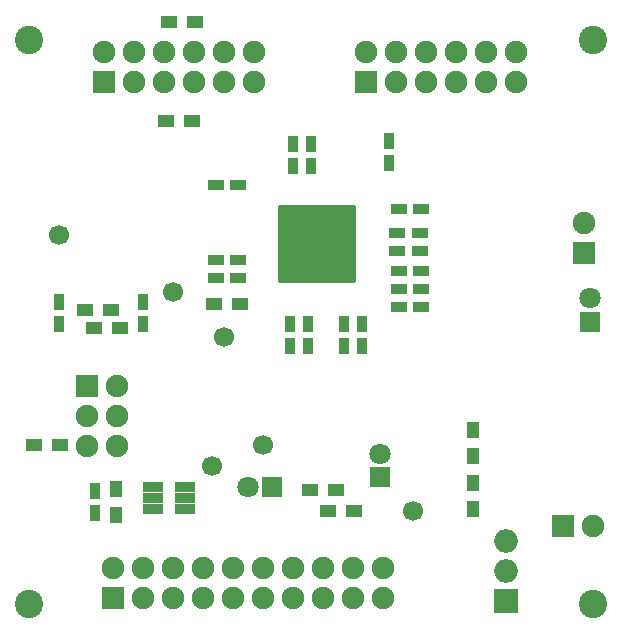
<source format=gbr>
G04 #@! TF.FileFunction,Soldermask,Bot*
%FSLAX46Y46*%
G04 Gerber Fmt 4.6, Leading zero omitted, Abs format (unit mm)*
G04 Created by KiCad (PCBNEW 4.0.5) date 09/19/17 16:04:32*
%MOMM*%
%LPD*%
G01*
G04 APERTURE LIST*
%ADD10C,0.100000*%
%ADD11R,1.900000X1.900000*%
%ADD12O,1.900000X1.900000*%
%ADD13R,1.400000X0.950000*%
%ADD14C,1.700000*%
%ADD15R,1.400000X1.100000*%
%ADD16R,1.800000X1.800000*%
%ADD17C,1.800000*%
%ADD18R,2.000000X2.000000*%
%ADD19O,2.000000X2.000000*%
%ADD20R,0.950000X1.400000*%
%ADD21R,1.100000X1.400000*%
%ADD22R,1.760000X0.850000*%
%ADD23C,2.400000*%
%ADD24C,0.254000*%
G04 APERTURE END LIST*
D10*
D11*
X86360000Y-58420000D03*
D12*
X86360000Y-55880000D03*
X88900000Y-58420000D03*
X88900000Y-55880000D03*
X91440000Y-58420000D03*
X91440000Y-55880000D03*
X93980000Y-58420000D03*
X93980000Y-55880000D03*
X96520000Y-58420000D03*
X96520000Y-55880000D03*
X99060000Y-58420000D03*
X99060000Y-55880000D03*
D13*
X97724000Y-67183000D03*
X95824000Y-67183000D03*
D14*
X92202000Y-76200000D03*
D15*
X95674000Y-77216000D03*
X97874000Y-77216000D03*
X94064000Y-53340000D03*
X91864000Y-53340000D03*
D11*
X87122000Y-102108000D03*
D12*
X87122000Y-99568000D03*
X89662000Y-102108000D03*
X89662000Y-99568000D03*
X92202000Y-102108000D03*
X92202000Y-99568000D03*
X94742000Y-102108000D03*
X94742000Y-99568000D03*
X97282000Y-102108000D03*
X97282000Y-99568000D03*
X99822000Y-102108000D03*
X99822000Y-99568000D03*
X102362000Y-102108000D03*
X102362000Y-99568000D03*
X104902000Y-102108000D03*
X104902000Y-99568000D03*
X107442000Y-102108000D03*
X107442000Y-99568000D03*
X109982000Y-102108000D03*
X109982000Y-99568000D03*
D15*
X105326000Y-94742000D03*
X107526000Y-94742000D03*
D16*
X100552000Y-92710000D03*
D17*
X98552000Y-92710000D03*
D18*
X120396000Y-102362000D03*
D19*
X120396000Y-99822000D03*
X120396000Y-97282000D03*
D13*
X111191000Y-71247000D03*
X113091000Y-71247000D03*
X111191000Y-72771000D03*
X113091000Y-72771000D03*
D20*
X82550000Y-77028000D03*
X82550000Y-78928000D03*
X89662000Y-77028000D03*
X89662000Y-78928000D03*
D16*
X109728000Y-91916000D03*
D17*
X109728000Y-89916000D03*
D16*
X127508000Y-78740000D03*
D17*
X127508000Y-76740000D03*
D20*
X85598000Y-93030000D03*
X85598000Y-94930000D03*
X102108000Y-78933000D03*
X102108000Y-80833000D03*
X103632000Y-78933000D03*
X103632000Y-80833000D03*
D13*
X95824000Y-75057000D03*
X97724000Y-75057000D03*
D20*
X103886000Y-65593000D03*
X103886000Y-63693000D03*
D13*
X111318000Y-69215000D03*
X113218000Y-69215000D03*
X111318000Y-75946000D03*
X113218000Y-75946000D03*
X111318000Y-77470000D03*
X113218000Y-77470000D03*
X111318000Y-74422000D03*
X113218000Y-74422000D03*
D20*
X106680000Y-78933000D03*
X106680000Y-80833000D03*
X108204000Y-78933000D03*
X108204000Y-80833000D03*
X110490000Y-65339000D03*
X110490000Y-63439000D03*
X102362000Y-65593000D03*
X102362000Y-63693000D03*
D13*
X97724000Y-73533000D03*
X95824000Y-73533000D03*
D11*
X84963000Y-84201000D03*
D12*
X87503000Y-84201000D03*
X84963000Y-86741000D03*
X87503000Y-86741000D03*
X84963000Y-89281000D03*
X87503000Y-89281000D03*
D11*
X108585000Y-58420000D03*
D12*
X108585000Y-55880000D03*
X111125000Y-58420000D03*
X111125000Y-55880000D03*
X113665000Y-58420000D03*
X113665000Y-55880000D03*
X116205000Y-58420000D03*
X116205000Y-55880000D03*
X118745000Y-58420000D03*
X118745000Y-55880000D03*
X121285000Y-58420000D03*
X121285000Y-55880000D03*
D21*
X117602000Y-92372000D03*
X117602000Y-94572000D03*
X117602000Y-87884000D03*
X117602000Y-90084000D03*
D15*
X106002000Y-92964000D03*
X103802000Y-92964000D03*
X82634000Y-89154000D03*
X80434000Y-89154000D03*
D21*
X87376000Y-92880000D03*
X87376000Y-95080000D03*
D15*
X87714000Y-79248000D03*
X85514000Y-79248000D03*
X93810000Y-61722000D03*
X91610000Y-61722000D03*
X86952000Y-77724000D03*
X84752000Y-77724000D03*
D22*
X90518000Y-94610000D03*
X90518000Y-93660000D03*
X90518000Y-92710000D03*
X93218000Y-92710000D03*
X93218000Y-94610000D03*
X93218000Y-93660000D03*
D14*
X82550000Y-71374000D03*
X96520000Y-80010000D03*
X95504000Y-90932000D03*
X99822000Y-89154000D03*
X112522000Y-94742000D03*
D11*
X125222000Y-96012000D03*
D12*
X127762000Y-96012000D03*
D11*
X127000000Y-72898000D03*
D12*
X127000000Y-70358000D03*
D23*
X80010000Y-102616000D03*
X127762000Y-102616000D03*
X127762000Y-54864000D03*
X80010000Y-54864000D03*
D24*
G36*
X107569000Y-75311000D02*
X101219000Y-75311000D01*
X101219000Y-68961000D01*
X107569000Y-68961000D01*
X107569000Y-75311000D01*
X107569000Y-75311000D01*
G37*
X107569000Y-75311000D02*
X101219000Y-75311000D01*
X101219000Y-68961000D01*
X107569000Y-68961000D01*
X107569000Y-75311000D01*
M02*

</source>
